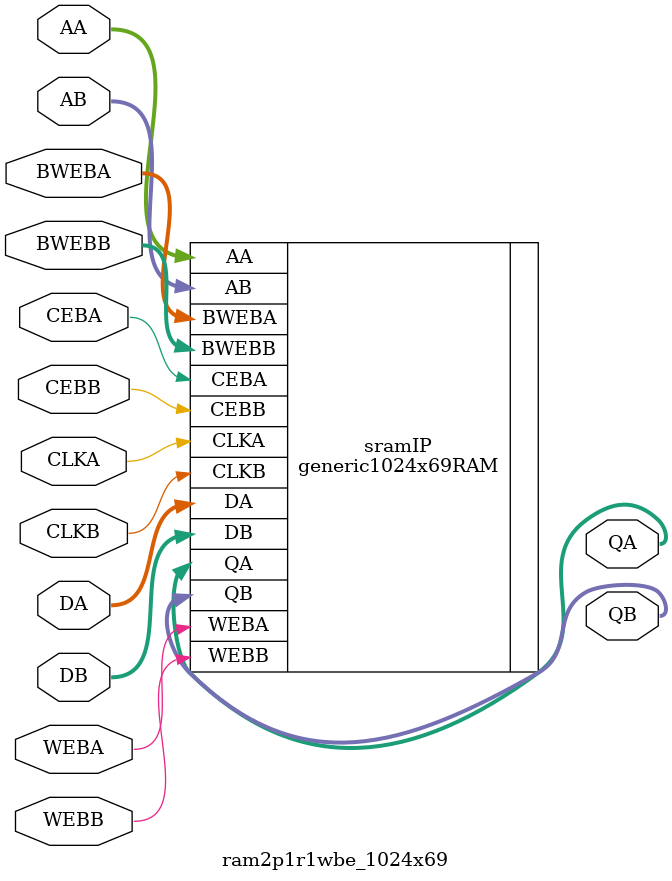
<source format=sv>

module ram2p1r1wbe_1024x69( 
  input  logic          CLKA, 
  input  logic          CLKB, 
  input  logic 	        CEBA, 
  input  logic 	        CEBB, 
  input  logic          WEBA,
  input  logic          WEBB,
  input  logic [9:0]    AA, 
  input  logic [9:0]    AB, 
  input  logic [68:0]   DA,
  input  logic [68:0]   DB,
  input  logic [68:0]   BWEBA, 
  input  logic [68:0]   BWEBB, 
  output logic [68:0]   QA,
  output logic [68:0]   QB
);

   // replace "generic1024x69RAM" with "TSDN..1024X69.." module from your memory vendor
   generic1024x69RAM sramIP (.CLKA, .CLKB, .CEBA, .CEBB, .WEBA, .WEBB, 
			     .AA, .AB, .DA, .DB, .BWEBA, .BWEBB, .QA, .QB);

endmodule

</source>
